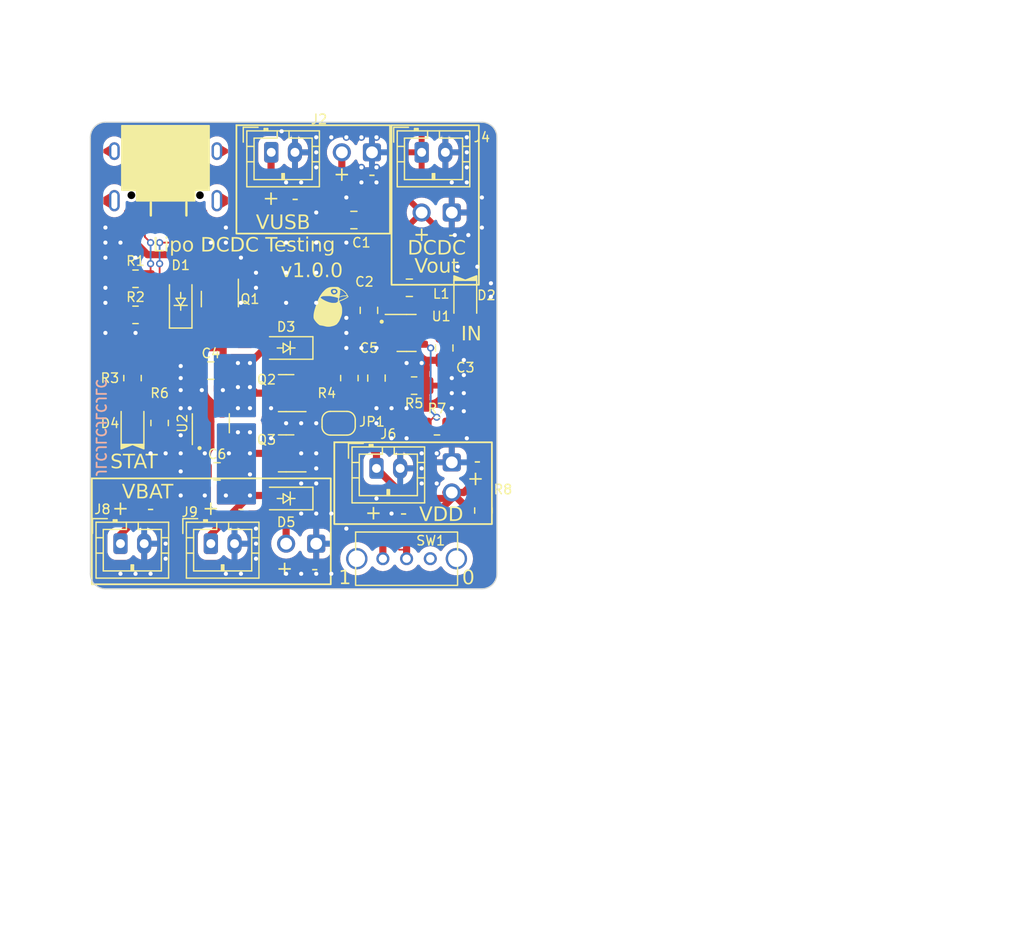
<source format=kicad_pcb>
(kicad_pcb (version 20240108) (generator "pcbnew") (generator_version "8.0")
  (title_block (title "Lopo DCDC Testing") (rev "v1.0.0") (company "Atsushi Morimoto (@74th)"))
  (layers (0 "F.Cu" signal) (31 "B.Cu" signal) (34 "B.Paste" user) (35 "F.Paste" user) (36 "B.SilkS" user "B.Silkscreen") (37 "F.SilkS" user "F.Silkscreen") (38 "B.Mask" user) (39 "F.Mask" user) (44 "Edge.Cuts" user))
  (net 0 "")
  (net 1 "VUSB")
  (net 2 "GND")
  (net 3 "VBAT")
  (net 4 "VDD")
  (net 5 "+3V3")
  (net 6 "Net-(U2-FB)")
  (net 7 "Net-(U2-SW)")
  (net 8 "Net-(U2-BS)")
  (net 9 "Net-(D1-A)")
  (net 10 "Net-(D2-K)")
  (net 11 "Net-(D2-A)")
  (net 12 "Net-(D3-K)")
  (net 13 "Net-(D4-K)")
  (net 18 "Net-(J5-CC1)")
  (net 19 "Net-(J5-CC2)")
  (net 20 "Net-(U1-PROG)")
  (net 21 "Net-(U2-EN)")
  (net 23 "Net-(D5-A)")
  (footprint "74th:Connector_PH-2.0_TH-Vertical_2Pin" (layer "F.Cu") (at 81.28 77.47)
    (property "Reference" "J9")
    (property "Value" "VBAT PH-2P")
  )
  (footprint "74th:Register_0805_2012" (layer "F.Cu") (at 74.93 58.166 180)
    (property "Reference" "R2")
    (property "Value" "5.1k" (hide yes))
  )
  (footprint "74th:LED_0805_2012" (layer "F.Cu") (at 102.743 57.023 -90)
    (property "Reference" "D2")
    (property "Value" "Blue" (hide yes))
  )
  (footprint "74th:Register_0805_2012" (layer "F.Cu") (at 104.267 74.676 90)
    (property "Reference" "R8")
    (property "Value" "10k" (hide yes))
  )
  (footprint "74th:Connector_PH-2.0_TH-Vertical_2Pin" (layer "F.Cu") (at 95.25 71.12)
    (property "Reference" "J6")
    (property "Value" "VDD PH-2P")
  )
  (footprint "74th:Capacitor_0805_2012" (layer "F.Cu") (at 94.615 57.785 90)
    (property "Reference" "C2")
    (property "Value" "22n" (hide yes))
  )
  (footprint "74th:Register_0805_2012" (layer "F.Cu") (at 100.3515 67.564 180)
    (property "Reference" "R7")
    (property "Value" "10k" (hide yes))
  )
  (footprint "74th:Package_SOD123W" (layer "F.Cu") (at 87.63 60.96 180)
    (property "Reference" "D3")
    (property "Value" "PMEG2010ER,115")
  )
  (footprint "74th:Capacitor_0805_2012" (layer "F.Cu") (at 81.8095 71.374 180)
    (property "Reference" "C6")
    (property "Value" "4.7u" (hide yes))
  )
  (footprint "$74th:74th-4mm" (layer "F.Cu") (at 91.313 57.658)
    (property "Reference" "MISC-ICON" (hide yes))
    (property "Value" "LOGO" (hide yes))
  )
  (footprint "74th:SolderJumper-2" (layer "F.Cu") (at 92.06 67.31)
    (property "Reference" "JP1")
    (property "Value" "VUSB Conn")
  )
  (footprint "74th:Package_SOD123W" (layer "F.Cu") (at 78.74 57.02 90)
    (property "Reference" "D1")
    (property "Value" "PMEG2010ER,115")
  )
  (footprint "74th:Register_0805_2012" (layer "F.Cu") (at 76.962 67.2885 -90)
    (property "Reference" "R6")
    (property "Value" "2k" (hide yes))
  )
  (footprint "74th:Register_0805_2012" (layer "F.Cu") (at 74.676 63.5 -90)
    (property "Reference" "R3")
    (property "Value" "1k" (hide yes))
  )
  (footprint "74th:Package_SOT-23" (layer "F.Cu") (at 87.63 64.77 180)
    (property "Reference" "Q2")
    (property "Value" "IRLML6402")
  )
  (footprint "74th:Capacitor_0805_2012" (layer "F.Cu") (at 81.28 62.865 180)
    (property "Reference" "C4")
    (property "Value" "4.7u" (hide yes))
  )
  (footprint "74th:Capacitor_0805_2012" (layer "F.Cu") (at 95.25 63.5 90)
    (property "Reference" "C5")
    (property "Value" "22p" (hide yes))
  )
  (footprint "74th:LED_0805_2012" (layer "F.Cu") (at 74.676 67.319 90)
    (property "Reference" "D4")
    (property "Value" "Yellow" (hide yes))
  )
  (footprint "74th:Connector_PH-2.0_TH-Vertical_2Pin" (layer "F.Cu") (at 99.06 44.45)
    (property "Reference" "J4")
    (property "Value" "3V3 PH-2P")
  )
  (footprint "74th:Register_0805_2012" (layer "F.Cu") (at 98.425 64.135)
    (property "Reference" "R5")
    (property "Value" "10k" (hide yes))
  )
  (footprint "74th:Package_SOT-23-6" (layer "F.Cu") (at 97.79 59.69)
    (property "Reference" "U1")
    (property "Value" "MT2492")
  )
  (footprint "74th:Register_0805_2012" (layer "F.Cu") (at 92.964 63.5 90)
    (property "Reference" "R4")
    (property "Value" "33k" (hide yes))
  )
  (footprint "74th:Capacitor_0805_2012" (layer "F.Cu") (at 98.0225 55.88 180)
    (property "Reference" "L1")
    (property "Value" "4.7u" (hide yes))
  )
  (footprint "74th:Package_SOD123W" (layer "F.Cu") (at 87.63 73.66 180)
    (property "Reference" "D5")
    (property "Value" "PMEG2010ER,115")
  )
  (footprint "74th:PinOut_Pin_2_GND" (layer "F.Cu") (at 92.329 44.45)
    (property "Reference" "J3" (hide yes))
    (property "Value" "VUSB TH-2P")
  )
  (footprint "74th:Capacitor_0805_2012" (layer "F.Cu") (at 93.345 50.165 180)
    (property "Reference" "C1")
    (property "Value" "22u" (hide yes))
  )
  (footprint "74th:Connector_USB-C-Receptacle_SMT_12-Pin_Simple" (layer "F.Cu") (at 77.47 44.45 180)
    (property "Reference" "J1" (hide yes))
    (property "Value" "USB2.0-C_SMT")
  )
  (footprint "74th:Switch_Slide_SK-12D02-G020" (layer "F.Cu") (at 97.79 78.74)
    (property "Reference" "SW1")
    (property "Value" "VBAT SW" (hide yes))
  )
  (footprint "74th:PinOut_Pin_2_GND" (layer "F.Cu") (at 99.06 49.53)
    (property "Reference" "J5" (hide yes))
    (property "Value" "3V3 TH-2P")
  )
  (footprint "74th:PinOut_Pin_2_GND" (layer "F.Cu") (at 87.63 77.47)
    (property "Reference" "J10" (hide yes))
    (property "Value" "VBAT TH-2P")
  )
  (footprint "74th:Package_SOT-23" (layer "F.Cu") (at 82.042 56.83 -90)
    (property "Reference" "Q1")
    (property "Value" "IRLML6402")
  )
  (footprint "74th:Capacitor_0805_2012" (layer "F.Cu") (at 100.965 60.96 -90)
    (property "Reference" "C3")
    (property "Value" "22u" (hide yes))
  )
  (footprint "74th:PinOut_Pin_2_GND" (layer "F.Cu") (at 101.6 73.152 90)
    (property "Reference" "J7" (hide yes))
    (property "Value" "VDD TH-2P")
  )
  (footprint "74th:Package_SOT-23-5" (layer "F.Cu") (at 81.28 67.31 90)
    (property "Reference" "U2")
    (property "Value" "MCP73831-2-OT")
  )
  (footprint "74th:Register_0805_2012" (layer "F.Cu") (at 74.93 55.118 180)
    (property "Reference" "R1")
    (property "Value" "5.1k" (hide yes))
  )
  (footprint "74th:Connector_PH-2.0_TH-Vertical_2Pin" (layer "F.Cu") (at 86.376 44.45)
    (property "Reference" "J2")
    (property "Value" "VUSB PH-2P")
  )
  (footprint "74th:Package_SOT-23" (layer "F.Cu") (at 87.63 69.85 180)
    (property "Reference" "Q3")
    (property "Value" "IRLML6402")
  )
  (footprint "74th:Connector_PH-2.0_TH-Vertical_2Pin" (layer "F.Cu") (at 73.66 77.47)
    (property "Reference" "J8")
    (property "Value" "VBAT PH-2P")
  )
  (footprint "74th:Logo_JLCJLCJLCJLC" (layer "B.Cu") (at 72.009 67.691 90)
    (property "Reference" "REF**" (hide yes))
    (property "Value" "JLCJLCJLCJLC")
  )
  (gr_rect (start 96.52 42.164) (end 103.886 55.626) (stroke (width 0.15)) (fill none) (layer "F.SilkS"))
  (gr_rect (start 91.694 68.916772) (end 104.984772 75.819) (stroke (width 0.15)) (fill none) (layer "F.SilkS"))
  (gr_rect (start 71.247 71.964772) (end 91.395772 80.899) (stroke (width 0.15)) (fill none) (layer "F.SilkS"))
  (gr_rect (start 83.439 42.164) (end 96.393 51.308) (stroke (width 0.15)) (fill none) (layer "F.SilkS"))
  (gr_line (start 72.39 41.91) (end 104.14 41.91) (stroke (width 0.1)) (layer "Edge.Cuts"))
  (gr_arc (start 72.39 81.28) (mid 71.491974 80.908026) (end 71.12 80.01) (stroke (width 0.1)) (layer "Edge.Cuts"))
  (gr_line (start 104.14 81.28) (end 72.39 81.28) (stroke (width 0.1)) (layer "Edge.Cuts"))
  (gr_arc (start 105.41 80.01) (mid 105.038026 80.908026) (end 104.14 81.28) (stroke (width 0.1)) (layer "Edge.Cuts"))
  (gr_line (start 105.41 43.18) (end 105.41 80.01) (stroke (width 0.1)) (layer "Edge.Cuts"))
  (gr_arc (start 104.14 41.91) (mid 105.038026 42.281974) (end 105.41 43.18) (stroke (width 0.1)) (layer "Edge.Cuts"))
  (gr_arc (start 71.12 43.18) (mid 71.491974 42.281974) (end 72.39 41.91) (stroke (width 0.1)) (layer "Edge.Cuts"))
  (gr_line (start 71.12 80.01) (end 71.12 43.18) (stroke (width 0.1)) (layer "Edge.Cuts"))
  (gr_text "+" (at 81.28 74.549 0) (layer "F.SilkS") (effects (font (size 1.2 1.2) (thickness 0.12))))
  (gr_text "-" (at 90.043 79.629 0) (layer "F.SilkS") (effects (font (size 1.2 1.2) (thickness 0.12))))
  (gr_text "-" (at 83.82 74.549 0) (layer "F.SilkS") (effects (font (size 1.2 1.2) (thickness 0.12))))
  (gr_text "IN" (at 103.251 59.817 0) (layer "F.SilkS") (effects (font (size 1.2 1.2) (thickness 0.12))))
  (gr_text "+" (at 73.66 74.549 0) (layer "F.SilkS") (effects (font (size 1.2 1.2) (thickness 0.12))))
  (gr_text "0" (at 102.997 80.391 0) (layer "F.SilkS") (effects (font (size 1.2 1.2) (thickness 0.12))))
  (gr_text "VDD" (at 100.711 75.057 0) (layer "F.SilkS") (effects (font (size 1.2 1.2) (thickness 0.12))))
  (gr_text "VBAT" (at 75.946 73.152 0) (layer "F.SilkS") (effects (font (size 1.2 1.2) (thickness 0.12))))
  (gr_text "VUSB" (at 87.376 50.419 0) (layer "F.SilkS") (effects (font (size 1.2 1.2) (thickness 0.12))))
  (gr_text "-" (at 94.869 46.355 0) (layer "F.SilkS") (effects (font (size 1.2 1.2) (thickness 0.12))))
  (gr_text "+" (at 99.06 51.435 0) (layer "F.SilkS") (effects (font (size 1.2 1.2) (thickness 0.12))))
  (gr_text "DCDC" (at 100.33 52.578 0) (layer "F.SilkS") (effects (font (size 1.2 1.2) (thickness 0.12))))
  (gr_text "+" (at 94.996 74.93 0) (layer "F.SilkS") (effects (font (size 1.2 1.2) (thickness 0.12))))
  (gr_text "STAT" (at 74.803 70.612 0) (layer "F.SilkS") (effects (font (size 1.2 1.2) (thickness 0.12))))
  (gr_text "+" (at 86.36 48.387 0) (layer "F.SilkS") (effects (font (size 1.2 1.2) (thickness 0.12))))
  (gr_text "Lipo DCDC Testing" (at 84.074 52.324 0) (layer "F.SilkS") (effects (font (size 1.2 1.2) (thickness 0.12))))
  (gr_text "v1.0.0" (at 89.789 54.483 0) (layer "F.SilkS") (effects (font (size 1.2 1.2) (thickness 0.12))))
  (gr_text "+" (at 103.632 72.009 90) (layer "F.SilkS") (effects (font (size 1.2 1.2) (thickness 0.12))))
  (gr_text "+" (at 92.329 46.355 0) (layer "F.SilkS") (effects (font (size 1.2 1.2) (thickness 0.12))))
  (gr_text "1" (at 92.583 80.391 0) (layer "F.SilkS") (effects (font (size 1.2 1.2) (thickness 0.12))))
  (gr_text "-" (at 103.759 70.612 180) (layer "F.SilkS") (effects (font (size 1.2 1.2) (thickness 0.12))))
  (gr_text "-" (at 97.536 74.93 0) (layer "F.SilkS") (effects (font (size 1.2 1.2) (thickness 0.12))))
  (gr_text "-" (at 101.6 51.435 0) (layer "F.SilkS") (effects (font (size 1.2 1.2) (thickness 0.12))))
  (gr_text "+" (at 87.503 79.629 0) (layer "F.SilkS") (effects (font (size 1.2 1.2) (thickness 0.12))))
  (gr_text "Vout" (at 100.33 54.102 0) (layer "F.SilkS") (effects (font (size 1.2 1.2) (thickness 0.12))))
  (gr_text "-" (at 88.392 48.387 0) (layer "F.SilkS") (effects (font (size 1.2 1.2) (thickness 0.12))))
  (gr_text "-" (at 76.2 74.549 0) (layer "F.SilkS") (effects (font (size 1.2 1.2) (thickness 0.12))))
  (segment (start 81.092 60.7505) (end 81.28 60.9385) (width 0.6) (layer "F.Cu") (net 1))
  (segment (start 78.74 60.9385) (end 76.2 60.9385) (width 0.6) (layer "F.Cu") (net 1))
  (segment (start 85.852 60.96) (end 84.582 62.23) (width 0.6) (layer "F.Cu") (net 1))
  (segment (start 82.3175 60.9815) (end 82.2745 60.9385) (width 0.6) (layer "F.Cu") (net 1))
  (segment (start 76.2 60.9385) (end 74.676 62.4625) (width 0.6) (layer "F.Cu") (net 1))
  (segment (start 81.092 55.6925) (end 81.092 60.7505) (width 0.6) (layer "F.Cu") (net 1))
  (segment (start 89.3605 49.0695) (end 86.6615 49.0695) (width 0.6) (layer "F.Cu") (net 1))
  (segment (start 85.09 64.77) (end 86.4925 64.77) (width 0.6) (layer "F.Cu") (net 1))
  (segment (start 82.042 60.9385) (end 81.28 60.9385) (width 0.6) (layer "F.Cu") (net 1))
  (segment (start 86.36 49.784) (end 86.36 44.551) (width 0.6) (layer "F.Cu") (net 1))
  (segment (start 78.74 58.42) (end 78.74 60.9385) (width 0.6) (layer "F.Cu") (net 1))
  (segment (start 82.1905 60.9385) (end 86.36 56.769) (width 0.6) (layer "F.Cu") (net 1))
  (segment (start 82.3175 62.865) (end 82.3175 60.9815) (width 0.6) (layer "F.Cu") (net 1))
  (segment (start 82.042 60.9385) (end 82.1905 60.9385) (width 0.6) (layer "F.Cu") (net 1))
  (segment (start 92.329 46.101) (end 89.3605 49.0695) (width 0.6) (layer "F.Cu") (net 1))
  (segment (start 92.329 44.45) (end 92.329 46.101) (width 0.6) (layer "F.Cu") (net 1))
  (segment (start 83.82 61.976) (end 83.566 62.23) (width 0.6) (layer "F.Cu") (net 1))
  (segment (start 86.36 44.551) (end 86.376 44.535) (width 0.6) (layer "F.Cu") (net 1))
  (segment (start 81.28 60.9385) (end 78.74 60.9385) (width 0.6) (layer "F.Cu") (net 1))
  (segment (start 86.36 49.371) (end 86.6615 49.0695) (width 0.6) (layer "F.Cu") (net 1))
  (segment (start 86.36 56.769) (end 86.36 49.784) (width 0.6) (layer "F.Cu") (net 1))
  (segment (start 86.36 49.784) (end 86.36 49.371) (width 0.6) (layer "F.Cu") (net 1))
  (segment (start 84.582 64.262) (end 85.09 64.77) (width 0.6) (layer "F.Cu") (net 1))
  (segment (start 82.2745 60.9385) (end 82.042 60.9385) (width 0.6) (layer "F.Cu") (net 1))
  (via (at 84.582 62.23) (size 0.6) (drill 0.35) (layers "F.Cu" "B.Cu") (net 1))
  (via (at 83.566 62.23) (size 0.6) (drill 0.35) (layers "F.Cu" "B.Cu") (net 1))
  (via (at 84.582 64.262) (size 0.6) (drill 0.35) (layers "F.Cu" "B.Cu") (net 1))
  (via (at 83.566 64.262) (size 0.6) (drill 0.35) (layers "F.Cu" "B.Cu") (net 1))
  (via (at 82.296 64.516) (size 0.6) (drill 0.35) (layers "F.Cu" "B.Cu") (net 1))
  (via (at 84.582 66.04) (size 0.6) (drill 0.35) (layers "F.Cu" "B.Cu") (net 1))
  (via (at 83.566 66.04) (size 0.6) (drill 0.35) (layers "F.Cu" "B.Cu") (net 1))
  (segment (start 80.518 64.77) (end 80.518 64.516) (width 0.6) (layer "F.Cu") (net 2))
  (segment (start 80.2425 64.4945) (end 80.2425 62.865) (width 0.6) (layer "F.Cu") (net 2))
  (segment (start 97.79 61.595) (end 97.79 61.595) (width 0.6) (layer "F.Cu") (net 2))
  (segment (start 99.2925 61.9975) (end 99.06 62.23) (width 0.6) (layer "F.Cu") (net 2))
  (segment (start 98.1925 61.9975) (end 98.425 62.23) (width 0.6) (layer "F.Cu") (net 2))
  (segment (start 96.6525 59.69) (end 97.79 59.69) (width 0.6) (layer "F.Cu") (net 2))
  (segment (start 97.79 62.23) (end 97.79 61.595) (width 0.6) (layer "F.Cu") (net 2))
  (segment (start 98.8275 61.9975) (end 98.1925 61.9975) (width 0.6) (layer "F.Cu") (net 2))
  (segment (start 98.425 62.23) (end 97.79 62.23) (width 0.6) (layer "F.Cu") (net 2))
  (segment (start 99.06 62.23) (end 98.8275 61.9975) (width 0.6) (layer "F.Cu") (net 2))
  (segment (start 81.28 68.4475) (end 81.28 65.532) (width 0.6) (layer "F.Cu") (net 2))
  (segment (start 100.965 61.9975) (end 99.2925 61.9975) (width 0.6) (layer "F.Cu") (net 2))
  (segment (start 97.79 59.69) (end 97.79 61.595) (width 0.6) (layer "F.Cu") (net 2))
  (segment (start 76.445 68.58) (end 76.445 68.335) (width 0.15) (layer "F.Cu") (net 2))
  (segment (start 81.28 69.342) (end 80.772 69.85) (width 0.6) (layer "F.Cu") (net 2))
  (segment (start 80.264 64.516) (end 80.2425 64.4945) (width 0.6) (layer "F.Cu") (net 2))
  (segment (start 81.28 65.532) (end 80.518 64.77) (width 0.6) (layer "F.Cu") (net 2))
  (segment (start 80.518 64.516) (end 80.264 64.516) (width 0.6) (layer "F.Cu") (net 2))
  (segment (start 81.28 68.4475) (end 81.28 69.342) (width 0.6) (layer "F.Cu") (net 2))
  (via (at 104.14 50.8) (size 0.6) (drill 0.35) (layers "F.Cu" "B.Cu") (net 2))
  (via (at 87.63 80.01) (size 0.6) (drill 0.35) (layers "F.Cu" "B.Cu") (net 2))
  (via (at 90.17 67.31) (size 0.6) (drill 0.35) (layers "F.Cu" "B.Cu") (net 2))
  (via (at 87.63 67.31) (size 0.6) (drill 0.35) (layers "F.Cu" "B.Cu") (net 2))
  (via (at 78.74 64.516) (size 0.6) (drill 0.35) (layers "F.Cu" "B.Cu") (net 2))
  (via (at 92.71 76.2) (size 0.6) (drill 0.35) (layers "F.Cu" "B.Cu") (net 2))
  (via (at 99.06 69.85) (size 0.6) (drill 0.35) (layers "F.Cu" "B.Cu") (net 2))
  (via (at 87.63 54.61) (size 0.6) (drill 0.35) (layers "F.Cu" "B.Cu") (net 2))
  (via (at 95.25 66.04) (size 0.6) (drill 0.35) (layers "F.Cu" "B.Cu") (net 2))
  (via (at 76.2 69.85) (size 0.6) (drill 0.35) (layers "F.Cu" "B.Cu") (net 2))
  (via (at 82.55 50.8) (size 0.6) (drill 0.35) (layers "F.Cu" "B.Cu") (net 2))
  (via (at 90.17 57.15) (size 0.6) (drill 0.35) (layers "F.Cu" "B.Cu") (net 2))
  (via (at 103.759 54.102) (size 0.6) (drill 0.35) (layers "F.Cu" "B.Cu") (net 2))
  (via (at 85.09 77.47) (size 0.6) (drill 0.35) (layers "F.Cu" "B.Cu") (net 2))
  (via (at 87.63 57.15) (size 0.6) (drill 0.35) (layers "F.Cu" "B.Cu") (net 2))
  (via (at 86.36 66.04) (size 0.6) (drill 0.35) (layers "F.Cu" "B.Cu") (net 2))
  (via (at 92.71 43.18) (size 0.6) (drill 0.35) (layers "F.Cu" "B.Cu") (net 2))
  (via (at 102.87 43.18) (size 0.6) (drill 0.35) (layers "F.Cu" "B.Cu") (net 2))
  (via (at 76.2 80.01) (size 0.6) (drill 0.35) (layers "F.Cu" "B.Cu") (net 2))
  (via (at 92.71 59.69) (size 0.6) (drill 0.35) (layers "F.Cu" "B.Cu") (net 2))
  (via (at 101.854 51.435) (size 0.6) (drill 0.35) (layers "F.Cu" "B.Cu") (net 2))
  (via (at 102.616 64.77) (size 0.6) (drill 0.35) (layers "F.Cu" "B.Cu") (net 2))
  (via (at 95.25 73.66) (size 0.6) (drill 0.35) (layers "F.Cu" "B.Cu") (net 2))
  (via (at 82.55 52.07) (size 0.6) (drill 0.35) (layers "F.Cu" "B.Cu") (net 2))
  (via (at 81.28 52.07) (size 0.6) (drill 0.35) (layers "F.Cu" "B.Cu") (net 2))
  (via (at 102.616 63.246) (size 0.6) (drill 0.35) (layers "F.Cu" "B.Cu") (net 2))
  (via (at 95.25 43.18) (size 0.6) (drill 0.35) (layers "F.Cu" "B.Cu") (net 2))
  (via (at 90.17 44.45) (size 0.6) (drill 0.35) (layers "F.Cu" "B.Cu") (net 2))
  (via (at 91.44 74.93) (size 0.6) (drill 0.35) (layers "F.Cu" "B.Cu") (net 2))
  (via (at 93.98 60.96) (size 0.6) (drill 0.35) (layers "F.Cu" "B.Cu") (net 2))
  (via (at 93.98 45.72) (size 0.6) (drill 0.35) (layers "F.Cu" "B.Cu") (net 2))
  (via (at 80.772 69.85) (size 0.6) (drill 0.35) (layers "F.Cu" "B.Cu") (net 2))
  (via (at 78.74 63.5) (size 0.6) (drill 0.35) (layers "F.Cu" "B.Cu") (net 2))
  (via (at 90.17 69.85) (size 0.6) (drill 0.35) (layers "F.Cu" "B.Cu") (net 2))
  (via (at 99.06 62.23) (size 0.6) (drill 0.35) (layers "F.Cu" "B.Cu") (net 2))
  (via (at 100.33 69.85) (size 0.6) (drill 0.35) (layers "F.Cu" "B.Cu") (net 2))
  (via (at 74.93 80.01) (size 0.6) (drill 0.35) (layers "F.Cu" "B.Cu") (net 2))
  (via (at 101.6 66.04) (size 0.6) (drill 0.35) (layers "F.Cu" "B.Cu") (net 2))
  (via (at 73.66 52.07) (size 0.6) (drill 0.35) (layers "F.Cu" "B.Cu") (net 2))
  (via (at 102.108 54.102) (size 0.6) (drill 0.35) (layers "F.Cu" "B.Cu") (net 2))
  (via (at 88.9 69.85) (size 0.6) (drill 0.35) (layers "F.Cu" "B.Cu") (net 2))
  (via (at 101.6 46.99) (size 0.6) (drill 0.35) (layers "F.Cu" "B.Cu") (net 2))
  (via (at 90.17 52.07) (size 0.6) (drill 0.35) (layers "F.Cu" "B.Cu") (net 2))
  (via (at 88.9 80.01) (size 0.6) (drill 0.35) (layers "F.Cu" "B.Cu") (net 2))
  (via (at 78.74 62.484) (size 0.6) (drill 0.35) (layers "F.Cu" "B.Cu") (net 2))
  (via (at 96.52 74.93) (size 0.6) (drill 0.35) (layers "F.Cu" "B.Cu") (net 2))
  (via (at 85.09 55.88) (size 0.6) (drill 0.35) (layers "F.Cu" "B.Cu") (net 2))
  (via (at 96.52 66.04) (size 0.6) (drill 0.35) (layers "F.Cu" "B.Cu") (net 2))
  (via (at 104.902 56.642) (size 0.6) (drill 0.35) (layers "F.Cu" "B.Cu") (net 2))
  (via (at 90.17 54.61) (size 0.6) (drill 0.35) (layers "F.Cu" "B.Cu") (net 2))
  (via (at 97.79 62.23) (size 0.6) (drill 0.35) (layers "F.Cu" "B.Cu") (net 2))
  (via (at 104.902 55.499) (size 0.6) (drill 0.35) (layers "F.Cu" "B.Cu") (net 2))
  (via (at 72.39 50.8) (size 0.6) (drill 0.35) (layers "F.Cu" "B.Cu") (net 2))
  (via (at 85.09 76.2) (size 0.6) (drill 0.35) (layers "F.Cu" "B.Cu") (net 2))
  (via (at 90.17 72.39) (size 0.6) (drill 0.35) (layers "F.Cu" "B.Cu") (net 2))
  (via (at 99.06 71.12) (size 0.6) (drill 0.35) (layers "F.Cu" "B.Cu") (net 2))
  (via (at 86.36 68.58) (size 0.6) (drill 0.35) (layers "F.Cu" "B.Cu") (net 2))
  (via (at 80.772 73.406) (size 0.6) (drill 0.35) (layers "F.Cu" "B.Cu") (net 2))
  (via (at 100.33 72.39) (size 0.6) (drill 0.35) (layers "F.Cu" "B.Cu") (net 2))
  (via (at 93.98 43.18) (size 0.6) (drill 0.35) (layers "F.Cu" "B.Cu") (net 2))
  (via (at 78.74 68.326) (size 0.6) (drill 0.35) (layers "F.Cu" "B.Cu") (net 2))
  (via (at 97.79 66.04) (size 0.6) (drill 0.35) (layers "F.Cu" "B.Cu") (net 2))
  (via (at 99.06 72.39) (size 0.6) (drill 0.35) (layers "F.Cu" "B.Cu") (net 2))
  (via (at 104.14 48.26) (size 0.6) (drill 0.35) (layers "F.Cu" "B.Cu") (net 2))
  (via (at 101.6 63.5) (size 0.6) (drill 0.35) (layers "F.Cu" "B.Cu") (net 2))
  (via (at 88.9 74.93) (size 0.6) (drill 0.35) (layers "F.Cu" "B.Cu") (net 2))
  (via (at 83.82 57.15) (size 0.6) (drill 0.35) (layers "F.Cu" "B.Cu") (net 2))
  (via (at 95.25 45.72) (size 0.6) (drill 0.35) (layers "F.Cu" "B.Cu") (net 2))
  (via (at 79.502 66.04) (size 0.6) (drill 0.35) (layers "F.Cu" "B.Cu") (net 2))
  (via (at 96.52 68.58) (size 0.6) (drill 0.35) (layers "F.Cu" "B.Cu") (net 2))
  (via (at 102.87 46.99) (size 0.6) (drill 0.35) (layers "F.Cu" "B.Cu") (net 2))
  (via (at 88.9 67.31) (size 0.6) (drill 0.35) (layers "F.Cu" "B.Cu") (net 2))
  (via (at 83.82 53.34) (size 0.6) (drill 0.35) (layers "F.Cu" "B.Cu") (net 2))
  (via (at 90.17 43.18) (size 0.6) (drill 0.35) (layers "F.Cu" "B.Cu") (net 2))
  (via (at 90.17 71.12) (size 0.6) (drill 0.35) (layers "F.Cu" "B.Cu") (net 2))
  (via (at 90.17 74.93) (size 0.6) (drill 0.35) (layers "F.Cu" "B.Cu") (net 2))
  (via (at 83.82 80.01) (size 0.6) (drill 0.35) (layers "F.Cu" "B.Cu") (net 2))
  (via (at 97.79 68.58) (size 0.6) (drill 0.35) (layers "F.Cu" "B.Cu") (net 2))
  (via (at 88.9 72.39) (size 0.6) (drill 0.35) (layers "F.Cu" "B.Cu") (net 2))
  (via (at 102.87 68.58) (size 0.6) (drill 0.35) (layers "F.Cu" "B.Cu") (net 2))
  (via (at 82.55 80.01) (size 0.6) (drill 0.35) (layers "F.Cu" "B.Cu") (net 2))
  (via (at 73.66 80.01) (size 0.6) (drill 0.35) (layers "F.Cu" "B.Cu") (net 2))
  (via (at 95.25 46.99) (size 0.6) (drill 0.35) (layers "F.Cu" "B.Cu") (net 2))
  (via (at 87.63 46.99) (size 0.6) (drill 0.35) (layers "F.Cu" "B.Cu") (net 2))
  (via (at 90.17 45.72) (size 0.6) (drill 0.35) (layers "F.Cu" "B.Cu") (net 2))
  (via (at 92.71 60.96) (size 0.6) (drill 0.35) (layers "F.Cu" "B.Cu") (net 2))
  (via (at 92.71 52.07) (size 0.6) (drill 0.35) (layers "F.Cu" "B.Cu") (net 2))
  (via (at 72.39 52.07) (size 0.6) (drill 0.35) (layers "F.Cu" "B.Cu") (net 2))
  (via (at 91.44 80.01) (size 0.6) (drill 0.35) (layers "F.Cu" "B.Cu") (net 2))
  (via (at 77.47 77.47) (size 0.6) (drill 0.35) (layers "F.Cu" "B.Cu") (net 2))
  (via (at 90.17 49.53) (size 0.6) (drill 0.35) (layers "F.Cu" "B.Cu") (net 2))
  (via (at 102.87 44.45) (size 0.6) (drill 0.35) (layers "F.Cu" "B.Cu") (net 2))
  (via (at 93.98 46.99) (size 0.6) (drill 0.35) (layers "F.Cu" "B.Cu") (net 2))
  (via (at 78.74 69.85) (size 0.6) (drill 0.35) (layers "F.Cu" "B.Cu") (net 2))
  (via (at 87.249 42.672) (size 0.6) (drill 0.35) (layers "F.Cu" "B.Cu") (net 2))
  (via (at 91.44 43.18) (size 0.6) (drill 0.35) (layers "F.Cu" "B.Cu") (net 2))
  (via (at 74.93 53.34) (size 0.6) (drill 0.35) (layers "F.Cu" "B.Cu") (net 2))
  (via (at 78.74 66.04) (size 0.6) (drill 0.35) (layers "F.Cu" "B.Cu") (net 2))
  (via (at 102.997 51.435) (size 0.6) (drill 0.35) (layers "F.Cu" "B.Cu") (net 2))
  (via (at 85.09 78.74) (size 0.6) (drill 0.35) (layers "F.Cu" "B.Cu") (net 2))
  (via (at 85.09 54.61) (size 0.6) (drill 0.35) (layers "F.Cu" "B.Cu") (net 2))
  (via (at 78.74 73.406) (size 0.6) (drill 0.35) (layers "F.Cu" "B.Cu") (net 2))
  (via (at 88.9 46.99) (size 0.6) (drill 0.35) (layers "F.Cu" "B.Cu") (net 2))
  (via (at 78.74 71.374) (size 0.6) (drill 0.35) (layers "F.Cu" "B.Cu") (net 2))
  (via (at 72.39 53.34) (size 0.6) (drill 0.35) (layers "F.Cu" "B.Cu") (net 2))
  (via (at 92.71 48.26) (size 0.6) (drill 0.35) (layers "F.Cu" "B.Cu") (net 2))
  (via (at 102.616 61.976) (size 0.6) (drill 0.35) (layers "F.Cu" "B.Cu") (net 2))
  (via (at 72.39 57.15) (size 0.6) (drill 0.35) (layers "F.Cu" "B.Cu") (net 2))
  (via (at 77.47 69.85) (size 0.6) (drill 0.35) (layers "F.Cu" "B.Cu") (net 2))
  (via (at 95.25 60.96) (size 0.6) (drill 0.35) (layers "F.Cu" "B.Cu") (net 2))
  (via (at 72.39 59.69) (size 0.6) (drill 0.35) (layers "F.Cu" "B.Cu") (net 2))
  (via (at 101.6 64.77) (size 0.6) (drill 0.35) (layers "F.Cu" "B.Cu") (net 2))
  (via (at 95.25 67.31) (size 0.6) (drill 0.35) (layers "F.Cu" "B.Cu") (net 2))
  (via (at 87.63 52.07) (size 0.6) (drill 0.35) (layers "F.Cu" "B.Cu") (net 2))
  (via (at 92.71 58.42) (size 0.6) (drill 0.35) (layers "F.Cu" "B.Cu") (net 2))
  (via (at 77.47 78.74) (size 0.6) (drill 0.35) (layers "F.Cu" "B.Cu") (net 2))
  (via (at 102.87 45.72) (size 0.6) (drill 0.35) (layers "F.Cu" "B.Cu") (net 2))
  (via (at 74.93 59.69) (size 0.6) (drill 0.35) (layers "F.Cu" "B.Cu") (net 2))
  (via (at 102.616 66.294) (size 0.6) (drill 0.35) (layers "F.Cu" "B.Cu") (net 2))
  (via (at 80.518 64.516) (size 0.6) (drill 0.35) (layers "F.Cu" "B.Cu") (net 2))
  (via (at 90.17 80.01) (size 0.6) (drill 0.35) (layers "F.Cu" "B.Cu") (net 2))
  (via (at 72.39 55.88) (size 0.6) (drill 0.35) (layers "F.Cu" "B.Cu") (net 2))
  (segment (start 75.057 75.311) (end 82.677 75.311) (width 0.6) (layer "F.Cu") (net 3))
  (segment (start 82.677 75.311) (end 84.582 73.406) (width 0.6) (layer "F.Cu") (net 3))
  (segment (start 87.63 77.47) (end 87.63 73.66) (width 0.6) (layer "F.Cu") (net 3))
  (segment (start 81.28 76.708) (end 81.28 77.47) (width 0.6) (layer "F.Cu") (net 3))
  (segment (start 87.376 73.406) (end 87.63 73.66) (width 0.6) (layer "F.Cu") (net 3))
  (segment (start 84.582 73.406) (end 81.28 76.708) (width 0.6) (layer "F.Cu") (net 3))
  (segment (start 73.66 77.47) (end 73.66 76.708) (width 0.6) (layer "F.Cu") (net 3))
  (segment (start 84.582 73.406) (end 87.376 73.406) (width 0.6) (layer "F.Cu") (net 3))
  (segment (start 73.66 76.708) (end 75.057 75.311) (width 0.6) (layer "F.Cu") (net 3))
  (segment (start 87.63 73.66) (end 87.63 69.85) (width 0.6) (layer "F.Cu") (net 3))
  (segment (start 87.63 69.85) (end 84.582 69.85) (width 0.6) (layer "F.Cu") (net 3))
  (via (at 84.582 69.85) (size 0.6) (drill 0.35) (layers "F.Cu" "B.Cu") (net 3))
  (via (at 84.582 68.072) (size 0.6) (drill 0.35) (layers "F.Cu" "B.Cu") (net 3))
  (via (at 83.566 68.072) (size 0.6) (drill 0.35) (layers "F.Cu" "B.Cu") (net 3))
  (via (at 84.582 71.628) (size 0.6) (drill 0.35) (layers "F.Cu" "B.Cu") (net 3))
  (via (at 82.804 69.85) (size 0.6) (drill 0.35) (layers "F.Cu" "B.Cu") (net 3))
  (via (at 84.582 73.406) (size 0.6) (drill 0.35) (layers "F.Cu" "B.Cu") (net 3))
  (via (at 82.55 73.406) (size 0.6) (drill 0.35) (layers "F.Cu" "B.Cu") (net 3))
  (segment (start 98.9275 59.69) (end 100.7325 59.69) (width 0.6) (layer "F.Cu") (net 4))
  (segment (start 104.267 75.7135) (end 104.1615 75.7135) (width 0.6) (layer "F.Cu") (net 4))
  (segment (start 102.616 59.944) (end 103.378 60.706) (width 0.6) (layer "F.Cu") (net 4))
  (segment (start 101.6 73.66) (end 101.092 73.152) (width 0.6) (layer "F.Cu") (net 4))
  (segment (start 100.965 59.9225) (end 100.9865 59.944) (width 0.6) (layer "F.Cu") (net 4))
  (segment (start 97.663 77.978) (end 97.79 77.851) (width 0.15) (layer "F.Cu") (net 4))
  (segment (start 97.79 78.74) (end 97.79 77.47) (width 0.6) (layer "F.Cu") (net 4))
  (segment (start 101.6 73.66) (end 97.79 77.47) (width 0.6) (layer "F.Cu") (net 4))
  (segment (start 95.25 71.12) (end 97.79 73.66) (width 0.6) (layer "F.Cu") (net 4))
  (segment (start 101.6 73.152) (end 102.616 73.152) (width 0.6) (layer "F.Cu") (net 4))
  (segment (start 102.616 73.152) (end 103.886 71.882) (width 0.6) (layer "F.Cu") (net 4))
  (segment (start 100.9865 59.944) (end 102.616 59.944) (width 0.6) (layer "F.Cu") (net 4))
  (segment (start 97.155 77.978) (end 97.663 77.978) (width 0.15) (layer "F.Cu") (net 4))
  (segment (start 103.886 67.564) (end 103.886 71.882) (width 0.6) (layer "F.Cu") (net 4))
  (segment (start 100.7325 59.69) (end 100.965 59.9225) (width 0.6) (layer "F.Cu") (net 4))
  (segment (start 103.378 60.706) (end 103.886 61.214) (width 0.6) (layer "F.Cu") (net 4))
  (segment (start 92.71 67.31) (end 95.25 69.85) (width 0.6) (layer "F.Cu") (net 4))
  (segment (start 104.1615 75.7135) (end 101.6 73.152) (width 0.6) (layer "F.Cu") (net 4))
  (segment (start 103.886 61.214) (end 103.886 67.564) (width 0.6) (layer "F.Cu") (net 4))
  (segment (start 101.6 73.152) (end 101.6 73.66) (width 0.6) (layer "F.Cu") (net 4))
  (segment (start 101.389 67.564) (end 103.886 67.564) (width 0.6) (layer "F.Cu") (net 4))
  (segment (start 97.79 73.66) (end 101.6 73.66) (width 0.6) (layer "F.Cu") (net 4))
  (segment (start 95.25 69.85) (end 95.25 71.12) (width 0.6) (layer "F.Cu") (net 4))
  (segment (start 92.964 64.5375) (end 92.4775 64.5375) (width 0.6) (layer "F.Cu") (net 5))
  (segment (start 91.44 63.5) (end 91.44 57.15) (width 0.6) (layer "F.Cu") (net 5))
  (segment (start 92.4775 64.5375) (end 91.44 63.5) (width 0.6) (layer "F.Cu") (net 5))
  (segment (start 92.71 55.88) (end 93.98 54.61) (width 0.6) (layer "F.Cu") (net 5))
  (segment (start 95.25 64.5375) (end 92.964 64.5375) (width 0.6) (layer "F.Cu") (net 5))
  (segment (start 91.44 57.15) (end 92.71 55.88) (width 0.6) (layer "F.Cu") (net 5))
  (segment (start 96.6525 60.64) (end 96.6525 61.214) (width 0.6) (layer "F.Cu") (net 6))
  (segment (start 96.6525 61.214) (end 96.4985 61.214) (width 0.6) (layer "F.Cu") (net 6))
  (segment (start 92.964 62.4625) (end 95.25 62.4625) (width 0.6) (layer "F.Cu") (net 6))
  (segment (start 96.6525 63.4) (end 97.3875 64.135) (width 0.6) (layer "F.Cu") (net 6))
  (segment (start 96.4985 61.214) (end 95.25 62.4625) (width 0.6) (layer "F.Cu") (net 6))
  (segment (start 96.6525 61.214) (end 96.6525 63.4) (width 0.6) (layer "F.Cu") (net 6))
  (segment (start 94.615 56.7475) (end 94.8475 56.7475) (width 0.6) (layer "F.Cu") (net 7))
  (segment (start 98.9275 56.0125) (end 99.06 55.88) (width 0.6) (layer "F.Cu") (net 7))
  (segment (start 95.885 57.785) (end 97.9725 57.785) (width 0.6) (layer "F.Cu") (net 7))
  (segment (start 98.9275 58.74) (end 98.9275 56.0125) (width 0.6) (layer "F.Cu") (net 7))
  (segment (start 94.8475 56.7475) (end 95.885 57.785) (width 0.6) (layer "F.Cu") (net 7))
  (segment (start 97.9725 57.785) (end 98.9275 58.74) (width 0.6) (layer "F.Cu") (net 7))
  (segment (start 96.6525 58.74) (end 94.6975 58.74) (width 0.6) (layer "F.Cu") (net 8))
  (segment (start 94.6975 58.74) (end 94.615 58.8225) (width 0.6) (layer "F.Cu") (net 8))
  (segment (start 75.07 52.21) (end 75.07 50.18) (width 0.6) (layer "F.Cu") (net 9))
  (segment (start 78.74 53.314) (end 78.512 53.086) (width 0.6) (layer "F.Cu") (net 9))
  (segment (start 78.74 55.62) (end 78.74 53.314) (width 0.6) (layer "F.Cu") (net 9))
  (segment (start 78.512 53.086) (end 75.946 53.086) (width 0.6) (layer "F.Cu") (net 9))
  (segment (start 75.946 53.086) (end 75.07 52.21) (width 0.6) (layer "F.Cu") (net 9))
  (segment (start 79.87 50.18) (end 79.87 52.184) (width 0.6) (layer "F.Cu") (net 9))
  (segment (start 82.042 54.356) (end 79.87 52.184) (width 0.6) (layer "F.Cu") (net 9))
  (segment (start 78.74 53.314) (end 79.87 52.184) (width 0.6) (layer "F.Cu") (net 9))
  (segment (start 82.042 57.9675) (end 82.042 54.356) (width 0.6) (layer "F.Cu") (net 9))
  (segment (start 80.33 68.4475) (end 80.2085 68.326) (width 0.15) (layer "F.Cu") (net 10))
  (segment (start 79.2385 67.356) (end 75.664 67.356) (width 0.15) (layer "F.Cu") (net 10))
  (segment (start 80.1975 68.58) (end 80.33 68.4475) (width 0.15) (layer "F.Cu") (net 10))
  (segment (start 75.664 67.356) (end 74.676 68.344) (width 0.15) (layer "F.Cu") (net 10))
  (segment (start 80.33 68.4475) (end 79.2385 67.356) (width 0.15) (layer "F.Cu") (net 10))
  (segment (start 74.676 64.5375) (end 74.676 66.294) (width 0.15) (layer "F.Cu") (net 11))
  (segment (start 89.855 63.82) (end 88.7675 63.82) (width 0.6) (layer "F.Cu") (net 12))
  (segment (start 91.41 67.31) (end 91.41 65.375) (width 0.6) (layer "F.Cu") (net 12))
  (segment (start 89.03 63.5575) (end 88.7675 63.82) (width 0.6) (layer "F.Cu") (net 12))
  (segment (start 89.03 60.96) (end 89.03 63.5575) (width 0.6) (layer "F.Cu") (net 12))
  (segment (start 91.41 65.375) (end 89.855 63.82) (width 0.6) (layer "F.Cu") (net 12))
  (segment (start 92.71 73.66) (end 95.79 76.74) (width 0.6) (layer "F.Cu") (net 13))
  (segment (start 88.7675 68.9) (end 90.49 68.9) (width 0.6) (layer "F.Cu") (net 13))
  (segment (start 90.49 68.9) (end 91.44 69.85) (width 0.6) (layer "F.Cu") (net 13))
  (segment (start 91.44 73.66) (end 89.03 73.66) (width 0.6) (layer "F.Cu") (net 13))
  (segment (start 91.44 73.66) (end 92.71 73.66) (width 0.6) (layer "F.Cu") (net 13))
  (segment (start 91.44 69.85) (end 91.44 73.66) (width 0.6) (layer "F.Cu") (net 13))
  (segment (start 95.79 76.74) (end 95.79 78.74) (width 0.6) (layer "F.Cu") (net 13))
  (segment (start 78.72 51.582) (end 78.232 52.07) (width 0.15) (layer "F.Cu") (net 18))
  (segment (start 76.962 57.1715) (end 76.962 53.848) (width 0.15) (layer "F.Cu") (net 18))
  (segment (start 78.72 51.582) (end 78.72 50.18) (width 0.15) (layer "F.Cu") (net 18))
  (segment (start 75.9675 58.166) (end 76.962 57.1715) (width 0.15) (layer "F.Cu") (net 18))
  (segment (start 78.232 52.07) (end 76.962 52.07) (width 0.15) (layer "F.Cu") (net 18))
  (via (at 76.962 53.848) (size 0.6) (drill 0.35) (layers "F.Cu" "B.Cu") (net 18))
  (via (at 76.962 52.07) (size 0.6) (drill 0.35) (layers "F.Cu" "B.Cu") (net 18))
  (segment (start 76.962 53.848) (end 76.962 52.07) (width 0.15) (layer "B.Cu") (net 18))
  (segment (start 76.2 54.8855) (end 75.9675 55.118) (width 0.15) (layer "F.Cu") (net 19))
  (segment (start 76.2 53.848) (end 76.2 54.8855) (width 0.15) (layer "F.Cu") (net 19))
  (segment (start 75.72 51.59) (end 76.2 52.07) (width 0.15) (layer "F.Cu") (net 19))
  (segment (start 75.72 50.18) (end 75.72 51.59) (width 0.15) (layer "F.Cu") (net 19))
  (via (at 76.2 52.07) (size 0.6) (drill 0.35) (layers "F.Cu" "B.Cu") (net 19))
  (via (at 76.2 53.848) (size 0.6) (drill 0.35) (layers "F.Cu" "B.Cu") (net 19))
  (segment (start 76.2 52.07) (end 76.2 53.848) (width 0.15) (layer "B.Cu") (net 19))
  (segment (start 80.33 66.1725) (end 80.33 66.99) (width 0.15) (layer "F.Cu") (net 20))
  (segment (start 80.1975 66.04) (end 80.33 66.1725) (width 0.15) (layer "F.Cu") (net 20))
  (segment (start 80.33 66.99) (end 80.264 67.056) (width 0.15) (layer "F.Cu") (net 20))
  (segment (start 80.264 67.056) (end 77.767 67.056) (width 0.15) (layer "F.Cu") (net 20))
  (segment (start 80.33 66.1725) (end 80.33 66.106) (width 0.15) (layer "F.Cu") (net 20))
  (segment (start 77.767 67.056) (end 76.962 66.251) (width 0.15) (layer "F.Cu") (net 20))
  (segment (start 100.076 66.802) (end 99.314 67.564) (width 0.15) (layer "F.Cu") (net 21))
  (segment (start 100.33 66.802) (end 100.076 66.802) (width 0.15) (layer "F.Cu") (net 21))
  (segment (start 98.9275 60.64) (end 99.502 60.64) (width 0.15) (layer "F.Cu") (net 21))
  (segment (start 99.502 60.64) (end 99.822 60.96) (width 0.15) (layer "F.Cu") (net 21))
  (via (at 100.33 66.802) (size 0.6) (drill 0.35) (layers "F.Cu" "B.Cu") (net 21))
  (via (at 99.822 60.96) (size 0.6) (drill 0.35) (layers "F.Cu" "B.Cu") (net 21))
  (segment (start 99.822 66.294) (end 99.822 65.024) (width 0.15) (layer "B.Cu") (net 21))
  (segment (start 99.822 60.96) (end 99.822 65.024) (width 0.15) (layer "B.Cu") (net 21))
  (segment (start 100.33 66.802) (end 99.822 66.294) (width 0.15) (layer "B.Cu") (net 21))
  (segment (start 99.822 65.024) (end 99.822 65.278) (width 0.15) (layer "B.Cu") (net 21))
  (segment (start 104.3305 60.0075) (end 104.521 60.198) (width 0.15) (layer "F.Cu") (net 23))
  (segment (start 104.521 72.136) (end 104.267 72.39) (width 0.15) (layer "F.Cu") (net 23))
  (segment (start 104.521 60.198) (end 104.521 72.136) (width 0.15) (layer "F.Cu") (net 23))
  (segment (start 102.743 58.048) (end 102.743 58.42) (width 0.15) (layer "F.Cu") (net 23))
  (segment (start 104.013 59.69) (end 104.3305 60.0075) (width 0.15) (layer "F.Cu") (net 23))
  (segment (start 104.267 72.39) (end 104.267 73.6385) (width 0.15) (layer "F.Cu") (net 23))
  (segment (start 102.743 58.42) (end 104.3305 60.0075) (width 0.15) (layer "F.Cu") (net 23))
  (zone (net 5) (net_name "+3V3") (layer "F.Cu") (priority 5) (connect_pads (clearance 0.5)) (min_thickness 0.25) (fill yes (thermal_gap 0.5) (thermal_bridge_width 0.5))
    (polygon (pts (xy 93.345 47.625) (xy 96.139 46.872251) (xy 96.232186 42.545) (xy 99.713399 42.545) (xy 99.695 47.625) (xy 100.965 51.435) (xy 100.965 57.15) (xy 93.345 57.15)))
  )
  (zone (net 2) (net_name "GND") (layers "F&B.Cu") (connect_pads (clearance 0.5)) (min_thickness 0.25) (fill yes (thermal_gap 0.5) (thermal_bridge_width 0.5))
    (polygon (pts (xy 63.5 35.56) (xy 63.5 111.76) (xy 149.86 111.76) (xy 149.86 35.56)))
  )
  (zone (net 3) (net_name "VBAT") (layers "F&B.Cu") (priority 2) (connect_pads (clearance 0.5)) (min_thickness 0.25) (fill yes (thermal_gap 0.5) (thermal_bridge_width 0.5))
    (polygon (pts (xy 81.788 67.31) (xy 81.788 74.168) (xy 85.09 74.168) (xy 85.09 67.31)))
  )
  (zone (net 1) (net_name "VUSB") (layers "F&B.Cu") (priority 1) (connect_pads (clearance 0.5)) (min_thickness 0.25) (fill yes (thermal_gap 0.5) (thermal_bridge_width 0.5))
    (polygon (pts (xy 81.526724 67.032768) (xy 81.534 61.468) (xy 85.09 61.468) (xy 85.09 67.056)))
  )
)
</source>
